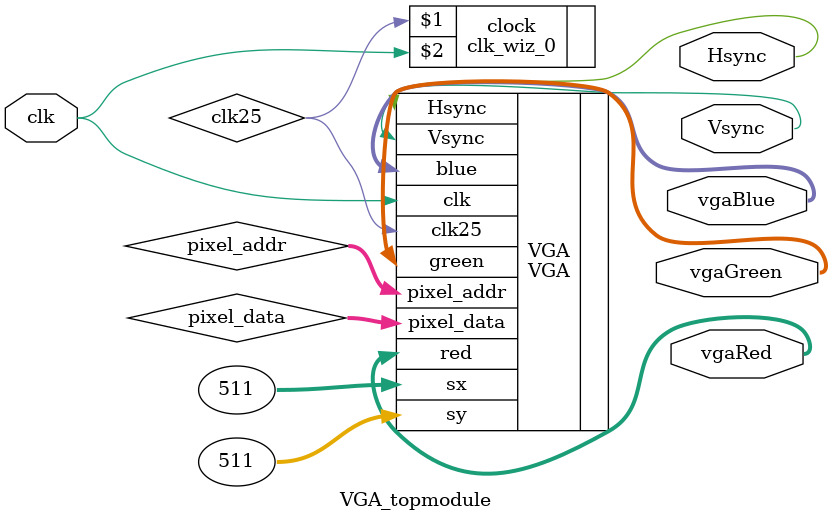
<source format=v>
`timescale 1ns / 1ps
module VGA_topmodule(clk,vgaRed, vgaGreen,vgaBlue,Hsync,Vsync);
input clk;
output [3:0] vgaRed;
output [3:0] vgaGreen;
output [3:0] vgaBlue;
output Hsync;
output Vsync;

parameter sx=511;
parameter sy=511;

wire clk25;
wire [12:0] pixel_addr;
wire [7:0] pixel_data;

clk_wiz_0 clock (clk25,clk);


VGA VGA(
.clk(clk),
.clk25(clk25),
.pixel_data(pixel_data),
.sx(sx),
.sy(sy),
.green(vgaGreen),
.red(vgaRed),
.blue(vgaBlue),
.Hsync(Hsync),
.Vsync(Vsync),
.pixel_addr(pixel_addr)
);

endmodule

</source>
